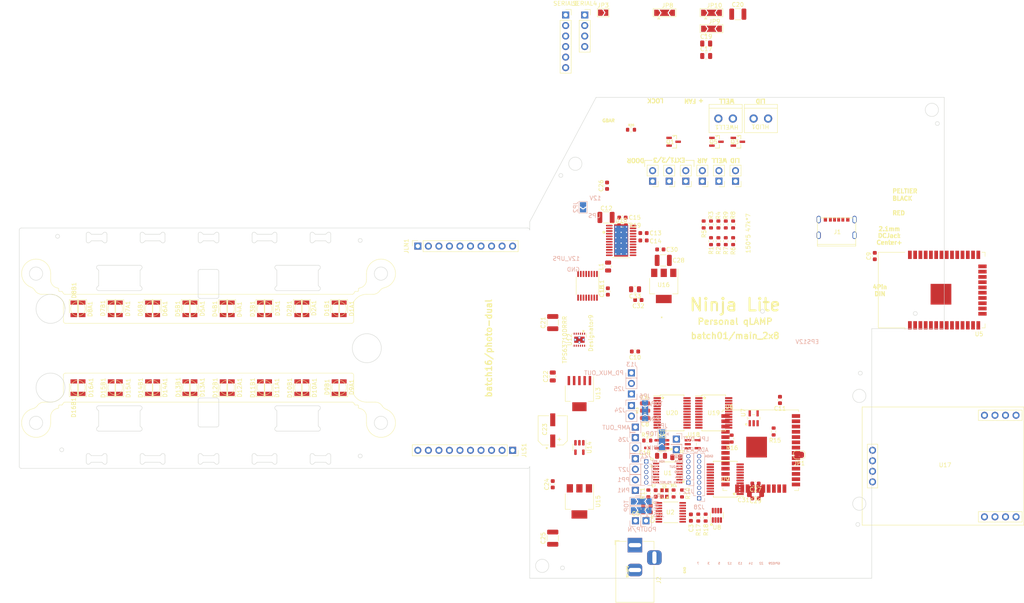
<source format=kicad_pcb>
(kicad_pcb (version 20211014) (generator pcbnew)
  (layers (0 "F.Cu" signal) (31 "B.Cu" signal) (34 "B.Paste" user) (35 "F.Paste" user) (36 "B.SilkS" user "B.Silkscreen") (37 "F.SilkS" user "F.Silkscreen") (38 "B.Mask" user) (39 "F.Mask" user) (44 "Edge.Cuts" user))
  (net 0 "")
  (net 1 "/Photo/ADA_RST")
  (net 2 "/Photo/ADA4")
  (net 3 "GNDA")
  (net 4 "3V3D")
  (net 5 "3V3A")
  (net 6 "PD_MUX_OUT")
  (net 7 "/Photo/PN2")
  (net 8 "/Photo/AMP_OUT")
  (net 9 "-1V")
  (net 10 "12V")
  (net 11 "/EN")
  (net 12 "Net-(HLID1-Pad2)")
  (net 13 "Net-(HWELL1-Pad2)")
  (net 14 "PD_TH2")
  (net 15 "THERM_R_SWITCH")
  (net 16 "MUX_SELECT")
  (net 17 "MUX_S3")
  (net 18 "/WELL_HEATER")
  (net 19 "PD_TH1")
  (net 20 "MUX_S2")
  (net 21 "/LID_HEATER")
  (net 22 "MUX_S1")
  (net 23 "VIN_SENSE")
  (net 24 "I2C_SCL")
  (net 25 "MUX_S0")
  (net 26 "I2C_SDA")
  (net 27 "/Photo/PHOTO_OUT_P")
  (net 28 "/Photo/PHOTO_OUT_N")
  (net 29 "THERM_MUX_OUT")
  (net 30 "Net-(Q1-Pad1)")
  (net 31 "Net-(JP10-Pad1)")
  (net 32 "Net-(Q3-Pad1)")
  (net 33 "Net-(Q5-Pad1)")
  (net 34 "/Photo/PP2")
  (net 35 "Net-(R14-Pad1)")
  (net 36 "THERM_AIR")
  (net 37 "THERM_EXT1")
  (net 38 "THERM_EXT2")
  (net 39 "THERM_EXT3")
  (net 40 "THERM_LID")
  (net 41 "THERM_WELL")
  (net 42 "CLKIN")
  (net 43 "Net-(R5-Pad1)")
  (net 44 "Net-(J1-PadB5)")
  (net 45 "Net-(J1-PadA5)")
  (net 46 "Net-(R2-Pad1)")
  (net 80 "Net-(R17-Pad2)")
  (net 81 "Net-(R18-Pad2)")
  (net 84 "/PhotoMUX/MUX_SELECT_INV")
  (net 85 "PD_REF_PWM")
  (net 95 "GNDD")
  (net 103 "ADC_DRDY")
  (net 108 "/Photo/ADA8")
  (net 109 "/Photo/PN1")
  (net 110 "/Photo/PP1")
  (net 112 "Net-(C6-Pad1)")
  (net 113 "Net-(C18-Pad1)")
  (net 114 "Net-(J24-Pad2)")
  (net 115 "Net-(J26-Pad2)")
  (net 116 "/Photo/LPF_OUT")
  (net 117 "Net-(R15-Pad1)")
  (net 118 "THERM_EXT4")
  (net 119 "THERM_EXT5")
  (net 120 "THERM_EXT6")
  (net 121 "THERM_EXT7")
  (net 122 "THERM_EXT8")
  (net 123 "THERM_EXT9")
  (net 124 "THERM_EXT10")
  (net 125 "THERM_EXT11")
  (net 142 "/Power/PWRGD")
  (net 143 "5V")
  (net 145 "Net-(C13-Pad1)")
  (net 148 "/Power/SELP")
  (net 153 "/Power/SEL")
  (net 156 "N_PD_OUT1")
  (net 157 "N_PD_OUT2")
  (net 158 "N_PD_OUT3")
  (net 159 "N_PD_OUT4")
  (net 160 "N_PD_OUT5")
  (net 161 "N_PD_OUT6")
  (net 162 "N_PD_OUT7")
  (net 163 "N_PD_OUT8")
  (net 164 "N_PD_OUT9")
  (net 165 "N_PD_OUT10")
  (net 166 "N_PD_OUT11")
  (net 167 "N_PD_OUT12")
  (net 168 "N_PD_OUT13")
  (net 169 "N_PD_OUT14")
  (net 170 "N_PD_OUT15")
  (net 171 "N_PD_OUT16")
  (net 172 "S_PD_OUT16")
  (net 173 "S_PD_OUT15")
  (net 174 "S_PD_OUT14")
  (net 175 "S_PD_OUT13")
  (net 176 "S_PD_OUT12")
  (net 177 "S_PD_OUT11")
  (net 178 "S_PD_OUT10")
  (net 179 "S_PD_OUT9")
  (net 180 "S_PD_OUT8")
  (net 181 "S_PD_OUT7")
  (net 182 "S_PD_OUT6")
  (net 183 "S_PD_OUT5")
  (net 184 "S_PD_OUT4")
  (net 185 "S_PD_OUT3")
  (net 186 "S_PD_OUT2")
  (net 187 "S_PD_OUT1")
  (net 188 "LED_SPI_MOSI")
  (net 189 "LED_SPI_SCLK")
  (net 190 "LED_LAT")
  (net 191 "/PhotoLED/S_LED_OUT8")
  (net 192 "/PhotoLED/S_LED_OUT7")
  (net 193 "/PhotoLED/S_LED_OUT6")
  (net 194 "/PhotoLED/S_LED_OUT5")
  (net 195 "/PhotoLED/S_LED_OUT1")
  (net 196 "/PhotoLED/S_LED_OUT2")
  (net 197 "/PhotoLED/S_LED_OUT3")
  (net 198 "/PhotoLED/S_LED_OUT4")
  (net 199 "/PhotoLED/N_LED_OUT5")
  (net 200 "/PhotoLED/N_LED_OUT6")
  (net 201 "/PhotoLED/N_LED_OUT7")
  (net 202 "/PhotoLED/N_LED_OUT8")
  (net 203 "/PhotoLED/N_LED_OUT4")
  (net 204 "/PhotoLED/N_LED_OUT3")
  (net 205 "/PhotoLED/N_LED_OUT2")
  (net 206 "/PhotoLED/N_LED_OUT1")
  (net 207 "/PhotoLED/LED_BLANK")
  (net 208 "LED_SPI_MISO")
  (net 209 "Net-(C16-Pad1)")
  (net 211 "Net-(C14-Pad1)")
  (net 212 "Net-(C19-Pad2)")
  (net 213 "Net-(C19-Pad1)")
  (net 214 "Net-(JP8-Pad3)")
  (net 216 "TACT3")
  (net 217 "TACT2")
  (net 218 "/DTR")
  (net 219 "/TXD")
  (net 220 "/RXD")
  (net 221 "/CTS")
  (net 222 "TACT1")
  (net 223 "VCCL")
  (net 224 "LED_R")
  (net 225 "LED_G")
  (net 226 "LED_B")
  (net 227 "Net-(JP2-Pad1)")
  (net 228 "Net-(JP3-Pad1)")
  (footprint "Ninja-qPCR:TB_SeeedOPL_320110028" (layer "F.Cu") (at 196.899 39.6 180)
    (fp_text reference "HWELL1")
    (fp_text value "Screw_Terminal_01x02")
  )
  (footprint "Jumper:SolderJumper-2_P1.3mm_Bridged_RoundedPad1.0x1.5mm" (layer "F.Cu") (at 212.909 120.72 180)
    (fp_text reference "JP1")
    (fp_text value "SolderJumper_2_Bridged")
  )
  (footprint "Package_SO:TSSOP-16_4.4x5mm_P0.65mm" (layer "F.Cu") (at 161.835 79.95 -90)
    (fp_text reference "U11")
    (fp_text value "IP2721")
  )
  (footprint "Ninja-qPCR:TPS63710DRRR" (layer "F.Cu") (at 159.875 92.95 -90)
    (fp_text reference "U12")
    (fp_text value "TPS63710DRRR")
  )
  (footprint "Package_TO_SOT_SMD:SOT-223-6" (layer "F.Cu") (at 159.875 105.95 -90)
    (fp_text reference "U13")
    (fp_text value "MCP1755T-3302E_DC")
  )
  (footprint "Package_TO_SOT_SMD:SOT-23-5" (layer "F.Cu") (at 159.875 118.95 -90)
    (fp_text reference "U14")
    (fp_text value "MCP1755T-3302E_OT")
  )
  (footprint "Package_TO_SOT_SMD:SOT-223" (layer "F.Cu") (at 159.875 131.95 -90)
    (fp_text reference "U15")
    (fp_text value "CJT1117-3.3")
  )
  (footprint "Package_TO_SOT_SMD:SOT-223" (layer "F.Cu") (at 180.224 79.975 -90)
    (fp_text reference "U16")
    (fp_text value "CJT1117-5.0")
  )
  (footprint "Capacitor_SMD:C_0805_2012Metric" (layer "F.Cu") (at 153.445006 101.81999 90)
    (fp_text reference "C22")
    (fp_text value "4.7uF")
  )
  (footprint "Ninja-qPCR:35TZV100M6.3X8" (layer "F.Cu") (at 153.445006 114.81999 90)
    (fp_text reference "C23")
    (fp_text value "100uF" hide)
  )
  (footprint "Capacitor_SMD:C_0603_1608Metric" (layer "F.Cu") (at 153.445006 127.819989 90)
    (fp_text reference "C24")
    (fp_text value "0.1uF")
  )
  (footprint "Capacitor_SMD:C_1210_3225Metric" (layer "F.Cu") (at 153.445006 140.819989 90)
    (fp_text reference "C25")
    (fp_text value "22uF")
  )
  (footprint "Capacitor_SMD:C_0603_1608Metric" (layer "F.Cu") (at 202.359 127.65 180)
    (fp_text reference "C27")
    (fp_text value "0.1uF")
  )
  (footprint "Capacitor_SMD:C_1210_3225Metric" (layer "F.Cu") (at 202.359005 129.555012 180)
    (fp_text reference "C29")
    (fp_text value "22uF")
  )
  (footprint "Capacitor_SMD:C_0603_1608Metric" (layer "F.Cu") (at 179.399 71.17)
    (fp_text reference "C30")
    (fp_text value "100pF")
  )
  (footprint "Capacitor_SMD:C_0603_1608Metric" (layer "F.Cu") (at 202.359005 131.206012 180)
    (fp_text reference "C31")
    (fp_text value "0.1uF")
  )
  (footprint "Capacitor_SMD:C_0805_2012Metric" (layer "F.Cu") (at 173.299 80.78 180)
    (fp_text reference "C33")
    (fp_text value "4.7uF")
  )
  (footprint "Capacitor_SMD:C_0805_2012Metric" (layer "F.Cu") (at 166.799 75.3 90)
    (fp_text reference "L1")
    (fp_text value "2.2uH")
  )
  (footprint "Capacitor_SMD:C_0603_1608Metric" (layer "F.Cu") (at 175.341 67.22199 180)
    (fp_text reference "C13")
    (fp_text value "1uF(<=20V)")
  )
  (footprint "Capacitor_SMD:C_0603_1608Metric" (layer "F.Cu") (at 175.341 68.99999 180)
    (fp_text reference "C14")
    (fp_text value "1uF")
  )
  (footprint "Capacitor_SMD:C_1210_3225Metric" (layer "F.Cu") (at 153.445006 88.819991 90)
    (fp_text reference "C21")
    (fp_text value "22uF")
  )
  (footprint "Ninja-qPCR:TB_SeeedOPL_320110028" (layer "F.Cu") (at 205.399 39.6 180)
    (fp_text reference "HLID1")
    (fp_text value "Screw_Terminal_01x02")
  )
  (footprint "Package_SO:SSOP-24_5.3x8.2mm_P0.65mm" (layer "F.Cu") (at 182.239005 110.609)
    (fp_text reference "U20")
    (fp_text value "CD74HC4067M96")
  )
  (footprint "RF_Module:ESP32-WROOM-32U" (layer "F.Cu") (at 203.619 119.61)
    (fp_text reference "U6")
    (fp_text value "ESP32-WROOM-32U")
  )
  (footprint "Package_SO:SSOP-24_5.3x8.2mm_P0.65mm" (layer "F.Cu") (at 192.288998 110.609)
    (fp_text reference "U19")
    (fp_text value "CD74HC4067M96")
  )
  (footprint "Capacitor_SMD:C_0603_1608Metric" (layer "F.Cu") (at 175.708995 111.849993 180)
    (fp_text reference "C8")
    (fp_text value "0.1uF")
  )
  (footprint "Capacitor_SMD:C_0603_1608Metric" (layer "F.Cu") (at 208.259 107.48 90)
    (fp_text reference "C11")
    (fp_text value "0.1uF")
  )
  (footprint "Capacitor_SMD:C_0603_1608Metric" (layer "F.Cu") (at 175.708995 108.293993)
    (fp_text reference "C6")
    (fp_text value "DNP(<1pF)")
  )
  (footprint "Capacitor_SMD:C_0603_1608Metric" (layer "F.Cu") (at 175.2648 133.7992 -90)
    (fp_text reference "C5")
    (fp_text value "0.1uF")
  )
  (footprint "Capacitor_SMD:C_0603_1608Metric" (layer "F.Cu") (at 177.0428 133.7992 90)
    (fp_text reference "C4")
    (fp_text value "0.1uF")
  )
  (footprint "Capacitor_SMD:C_0603_1608Metric" (layer "F.Cu") (at 186.771 135.860004 90)
    (fp_text reference "C3")
    (fp_text value "0.1uF")
  )
  (footprint "Capacitor_SMD:C_0805_2012Metric" (layer "F.Cu") (at 179.569 120.95 180)
    (fp_text reference "C1")
    (fp_text value "4.7uF")
  )
  (footprint "Package_TO_SOT_SMD:SOT-23-8" (layer "F.Cu") (at 193.039 135.31 90)
    (fp_text reference "U8")
    (fp_text value "TS12A12511DCNR")
  )
  (footprint "Package_TO_SOT_SMD:SOT-23-5" (layer "F.Cu") (at 179.766493 118.159988 180)
    (fp_text reference "U4")
    (fp_text value "LMP7717MF_NOPB")
  )
  (footprint "Capacitor_SMD:C_0805_2012Metric" (layer "F.Cu") (at 183.249 121.29)
    (fp_text reference "C2")
    (fp_text value "4.7uF")
  )
  (footprint "Ninja-qPCR:ASDK-32.768KHZ-LRT" (layer "F.Cu") (at 180.371 130.04 90)
    (fp_text reference "U3")
    (fp_text value "COM1305-0.032768-EXT-T-TR")
  )
  (footprint "Capacitor_SMD:C_0603_1608Metric" (layer "F.Cu") (at 178.279 130.04 90)
    (fp_text reference "C7")
    (fp_text value "0.1uF")
  )
  (footprint "Resistor_SMD:R_0603_1608Metric" (layer "F.Cu") (at 182.597 130.04 -90)
    (fp_text reference "R14")
    (fp_text value "10k")
  )
  (footprint "Resistor_SMD:R_0603_1608Metric" (layer "F.Cu") (at 184.629 130.04 -90)
    (fp_text reference "R10")
    (fp_text value "10k")
  )
  (footprint "Ninja-qPCR:ADA2200ARUZ" (layer "F.Cu") (at 181.189 125.1 180)
    (fp_text reference "U1")
    (fp_text value "ADA2200ARUZ" hide)
  )
  (footprint "Ninja-qPCR:ADS122C04IPWR" (layer "F.Cu") (at 181.919 134.59)
    (fp_text reference "U2")
    (fp_text value "ADS1219IPWR")
  )
  (footprint "Ninja-qPCR:SN74LVC1GU04DBVR" (layer "F.Cu") (at 187.208998 118.159988)
    (fp_text reference "U18")
    (fp_text value "SN74LVC1GU04DCKR" hide)
  )
  (footprint "Resistor_SMD:R_0603_1608Metric" (layer "F.Cu") (at 176.501 130.04 -90)
    (fp_text reference "R11")
    (fp_text value "10k")
  )
  (footprint "Resistor_SMD:R_0603_1608Metric" (layer "F.Cu") (at 175.708995 110.071993 180)
    (fp_text reference "R13")
    (fp_text value "10M")
  )
  (footprint "Resistor_SMD:R_0603_1608Metric" (layer "F.Cu") (at 188.549 135.860004 90)
    (fp_text reference "R17")
    (fp_text value "10k_HP")
  )
  (footprint "Resistor_SMD:R_0603_1608Metric" (layer "F.Cu") (at 190.327 135.860004 90)
    (fp_text reference "R18")
    (fp_text value "47k_HP")
  )
  (footprint "Package_SO:SSOP-24_5.3x8.2mm_P0.65mm" (layer "F.Cu") (at 195.049012 126.589994 180)
    (fp_text reference "U9")
    (fp_text value "CD74HC4067M96")
  )
  (footprint "Ninja-qPCR:SN74LVC1GU04DBVR" (layer "F.Cu") (at 201.915892 111.901109 90)
    (fp_text reference "U7")
    (fp_text value "SN74LVC1GU04DCKR" hide)
  )
  (footprint "Capacitor_SMD:C_0603_1608Metric" (layer "F.Cu") (at 166.549 55.8 90)
    (fp_text reference "C26")
    (fp_text value "0.01uF")
  )
  (footprint "Ninja-qPCR:SOT95P240X112-3N" (layer "F.Cu") (at 192.934 45.2)
    (fp_text reference "Q5")
    (fp_text value "Q_NMOS_GSD")
  )
  (footprint "Ninja-qPCR:SOT95P240X112-3N" (layer "F.Cu") (at 198.099 45.2)
    (fp_text reference "Q3")
    (fp_text value "Q_NMOS_GSD")
  )
  (footprint "Ninja-qPCR:SOT95P240X112-3N" (layer "F.Cu") (at 182.604 45.2)
    (fp_text reference "Q1")
    (fp_text value "Q_NMOS_GSD")
  )
  (footprint "Package_SO:HTSSOP-24-1EP_4.4x7.8mm_P0.65mm_EP3.4x7.8mm_Mask2.4x4.68mm_ThermalVias" (layer "F.Cu") (at 169.949012 68.99999)
    (fp_text reference "U10")
    (fp_text value "TLC5929")
  )
  (footprint "Capacitor_SMD:C_0603_1608Metric" (layer "F.Cu") (at 170.261 63.492 180)
    (fp_text reference "C15")
    (fp_text value "1uF")
  )
  (footprint "Resistor_SMD:R_0603_1608Metric" (layer "F.Cu") (at 170.261 65.27)
    (fp_text reference "R19")
    (fp_text value "100k")
  )
  (footprint "Capacitor_SMD:C_0603_1608Metric" (layer "F.Cu") (at 231.129 72.77 90)
    (fp_text reference "C9")
    (fp_text value "0.1uF")
  )
  (footprint "Connector_PinHeader_2.54mm:PinHeader_1x02_P2.54mm_Vertical" (layer "F.Cu") (at 193.538055 54.710944 180)
    (fp_text reference "TWELL1" hide)
    (fp_text value "Conn_01x02_Male")
  )
  (footprint "Connector_PinHeader_2.54mm:PinHeader_1x02_P2.54mm_Vertical" (layer "F.Cu") (at 197.538055 54.710944 180)
    (fp_text reference "TLID1" hide)
    (fp_text value "Conn_01x02_Male")
  )
  (footprint "Connector_PinHeader_2.54mm:PinHeader_1x02_P2.54mm_Vertical" (layer "F.Cu") (at 177.538055 54.710944 180)
    (fp_text reference "TEXT3" hide)
    (fp_text value "Conn_01x02_Male")
  )
  (footprint "Connector_PinHeader_2.54mm:PinHeader_1x02_P2.54mm_Vertical" (layer "F.Cu") (at 181.538055 54.710944 180)
    (fp_text reference "TEXT2" hide)
    (fp_text value "Conn_01x02_Male")
  )
  (footprint "Connector_PinHeader_2.54mm:PinHeader_1x02_P2.54mm_Vertical" (layer "F.Cu") (at 185.538055 54.710944 180)
    (fp_text reference "TEXT1" hide)
    (fp_text value "Conn_01x02_Male")
  )
  (footprint "Connector_PinHeader_2.54mm:PinHeader_1x02_P2.54mm_Vertical" (layer "F.Cu") (at 189.538055 54.710944 180)
    (fp_text reference "TAIR1" hide)
    (fp_text value "Conn_01x02_Male")
  )
  (footprint "Resistor_SMD:R_0603_1608Metric" (layer "F.Cu") (at 195.181 65.15 90)
    (fp_text reference "R9")
    (fp_text value "47k")
  )
  (footprint "Resistor_SMD:R_0603_1608Metric" (layer "F.Cu") (at 196.959 65.15 90)
    (fp_text reference "R8")
    (fp_text value "47k")
  )
  (footprint "Resistor_SMD:R_0603_1608Metric" (layer "F.Cu") (at 189.847 65.15 90)
    (fp_text reference "R5")
    (fp_text value "39k")
  )
  (footprint "Resistor_SMD:R_0603_1608Metric" (layer "F.Cu") (at 191.625 65.15 90)
    (fp_text reference "R3")
    (fp_text value "5.1k")
  )
  (footprint "Resistor_SMD:R_0603_1608Metric" (layer "F.Cu") (at 193.403 65.15 90)
    (fp_text reference "R4")
    (fp_text value "5.1k")
  )
  (footprint "Resistor_SMD:R_0603_1608Metric" (layer "F.Cu") (at 195.181 69.18 -90)
    (fp_text reference "R7")
    (fp_text value "150")
  )
  (footprint "Resistor_SMD:R_0603_1608Metric" (layer "F.Cu") (at 196.959 69.18 -90)
    (fp_text reference "R6")
    (fp_text value "150")
  )
  (footprint "Resistor_SMD:R_0603_1608Metric" (layer "F.Cu") (at 193.403 69.18 -90)
    (fp_text reference "R2")
    (fp_text value "0")
  )
  (footprint "Resistor_SMD:R_0603_1608Metric" (layer "F.Cu") (at 191.625 69.18 -90)
    (fp_text reference "R1")
    (fp_text value "10k")
  )
  (footprint "Resistor_SMD:R_0603_1608Metric" (layer "F.Cu") (at 196.609 116.81 -90)
    (fp_text reference "R16")
    (fp_text value "100k")
  )
  (footprint "Capacitor_SMD:C_0603_1608Metric" (layer "F.Cu") (at 173.289 95.79 180)
    (fp_text reference "C10")
    (fp_text value "0.1uF")
  )
  (footprint "Capacitor_SMD:C_1210_3225Metric" (layer "F.Cu") (at 180.099 73.81)
    (fp_text reference "C28")
    (fp_text value "22uF")
  )
  (footprint "Capacitor_SMD:C_0603_1608Metric" (layer "F.Cu") (at 174.099 83.38 180)
    (fp_text reference "C32")
    (fp_text value "0.1uF")
  )
  (footprint "Connector_BarrelJack:BarrelJack_Horizontal" (layer "F.Cu") (at 173.269 142.5 90)
    (fp_text reference "J2")
    (fp_text value "Barrel_Jack_Switch")
  )
  (footprint "Diodes_SMD:D_1206" (layer "F.Cu") (at 64.921211 85.502066 -90)
    (fp_text reference "D5B1")
    (fp_text value "D_Photo")
  )
  (footprint "Diodes_SMD:D_1206" (layer "F.Cu") (at 91.921211 104.501633 90)
    (fp_text reference "D10B1")
    (fp_text value "D_Photo")
  )
  (footprint "Diodes_SMD:D_1206" (layer "F.Cu") (at 46.921211 85.502066 -90)
    (fp_text reference "D7B1")
    (fp_text value "D_Photo")
  )
  (footprint "Diodes_SMD:D_1206" (layer "F.Cu") (at 91.921211 85.502066 -90)
    (fp_text reference "D2B1")
    (fp_text value "D_Photo")
  )
  (footprint "Connector_PinSocket_2.54mm:PinSocket_1x04_P2.54mm_Vertical" (layer "F.Cu") (at 161.16 14.62)
    (fp_text reference "SERIAL4")
    (fp_text value "Conn_01x04_Male")
  )
  (footprint "Diodes_SMD:D_1206" (layer "F.Cu") (at 84.921211 104.501633 90)
    (fp_text reference "D11A1")
    (fp_text value "D_Photo")
  )
  (footprint "Diodes_SMD:D_1206" (layer "F.Cu") (at 93.921211 85.502066 -90)
    (fp_text reference "D2A1")
    (fp_text value "D_Photo")
  )
  (footprint "Ninja-qPCR:LITE_LCD" (layer "F.Cu") (at 228.086784 109.176424)
    (fp_text reference "U17")
    (fp_text value "LITE_LCD")
  )
  (footprint "Diodes_SMD:D_1206" (layer "F.Cu") (at 100.921211 85.502066 -90)
    (fp_text reference "D1B1")
    (fp_text value "D_Photo")
  )
  (footprint "Diodes_SMD:D_1206" (layer "F.Cu") (at 57.921211 104.501633 90)
    (fp_text reference "D14A1")
    (fp_text value "D_Photo")
  )
  (footprint "Diodes_SMD:D_1206" (layer "F.Cu") (at 57.921211 85.502066 -90)
    (fp_text reference "D6A1")
    (fp_text value "D_Photo")
  )
  (footprint "Diodes_SMD:D_1206" (layer "F.Cu") (at 82.921211 104.501633 90)
    (fp_text reference "D11B1")
    (fp_text value "D_Photo")
  )
  (footprint "Diodes_SMD:D_1206" (layer "F.Cu") (at 73.921211 104.501633 90)
    (fp_text reference "D12B1")
    (fp_text value "D_Photo")
  )
  (footprint "Capacitor_SMD:C_1210_3225Metric" (layer "F.Cu") (at 198.09 14.42)
    (fp_text reference "C20")
    (fp_text value "22uF")
  )
  (footprint "Ninja-qPCR:ALI_USB" (layer "F.Cu") (at 217.6 63.96)
    (fp_text reference "J1")
    (fp_text value "ALI_USB")
  )
  (footprint "Capacitor_SMD:C_0603_1608Metric" (layer "F.Cu") (at 166.739 81.31 90)
    (fp_text reference "C16")
    (fp_text value "1uF")
  )
  (footprint "Connector_PinSocket_2.54mm:PinSocket_1x10_P2.54mm_Vertical" (layer "F.Cu") (at 143.765 119.628 -90)
    (fp_text reference "JLS1")
    (fp_text value "Conn_01x10_Male")
  )
  (footprint "Diodes_SMD:D_1206" (layer "F.Cu") (at 39.921211 104.501633 90)
    (fp_text reference "D16A1")
    (fp_text value "D_Photo")
  )
  (footprint "Diodes_SMD:D_1206" (layer "F.Cu") (at 75.921211 104.501633 90)
    (fp_text reference "D12A1")
    (fp_text value "D_Photo")
  )
  (footprint "Resistor_SMD:R_0603_1608Metric" (layer "F.Cu") (at 206.729 115.09 90)
    (fp_text reference "R15")
    (fp_text value "150k")
  )
  (footprint "Diodes_SMD:D_1206" (layer "F.Cu") (at 66.921211 104.501633 90)
    (fp_text reference "D13A1")
    (fp_text value "D_Photo")
  )
  (footprint "Diodes_SMD:D_1206" (layer "F.Cu") (at 75.921211 85.502066 -90)
    (fp_text reference "D4A1")
    (fp_text value "D_Photo")
  )
  (footprint "Diodes_SMD:D_1206" (layer "F.Cu") (at 66.921211 85.502066 -90)
    (fp_text reference "D5A1")
    (fp_text value "D_Photo")
  )
  (footprint "Diodes_SMD:D_1206" (layer "F.Cu") (at 37.921211 85.502066 -90)
    (fp_text reference "D8B1")
    (fp_text value "D_Photo")
  )
  (footprint "Diodes_SMD:D_1206" (layer "F.Cu") (at 55.921211 104.501633 90)
    (fp_text reference "D14B1")
    (fp_text value "D_Photo")
  )
  (footprint "Capacitor_SMD:C_0805_2012Metric" (layer "F.Cu") (at 190.46 24.51)
    (fp_text reference "C17")
    (fp_text value "10uF(<=20V)")
  )
  (footprint "RF_Module:ESP32-WROOM-32" (layer "F.Cu") (at 247.849008 80.975988 90)
    (fp_text reference "U5")
    (fp_text value "ESP32-WROOM-32")
  )
  (footprint "Diodes_SMD:D_1206" (layer "F.Cu") (at 37.921211 104.501633 90)
    (fp_text reference "D16B1")
    (fp_text value "D_Photo")
  )
  (footprint "Resistor_SMD:R_0603_1608Metric" (layer "F.Cu") (at 172.329 42.3)
    (fp_text reference "R20")
    (fp_text value "10k")
  )
  (footprint "Diodes_SMD:D_1206" (layer "F.Cu") (at 48.921211 104.501633 90)
    (fp_text reference "D15A1")
    (fp_text value "D_Photo")
  )
  (footprint "Diodes_SMD:D_1206" (layer "F.Cu") (at 84.921211 85.502066 -90)
    (fp_text reference "D3A1")
    (fp_text value "D_Photo")
  )
  (footprint "Capacitor_SMD:C_0402_1005Metric" (layer "F.Cu") (at 176.248999 119.050004)
    (fp_text reference "C18")
    (fp_text value "330pF")
  )
  (footprint "Diodes_SMD:D_1206" (layer "F.Cu") (at 46.921211 104.501633 90)
    (fp_text reference "D15B1")
    (fp_text value "D_Photo")
  )
  (footprint "Connector_PinSocket_2.54mm:PinSocket_1x10_P2.54mm_Vertical" (layer "F.Cu") (at 120.905 70.372 90)
    (fp_text reference "JLN1")
    (fp_text value "Conn_01x10_Male")
  )
  (footprint "Jumper:SolderJumper-3_P2.0mm_Open_TrianglePad1.0x1.5mm" (layer "F.Cu") (at 191.74 17.94)
    (fp_text reference "JP9")
    (fp_text value "Jumper_3_Open")
  )
  (footprint "Jumper:SolderJumper-2_P1.3mm_Open_TrianglePad1.0x1.5mm" (layer "F.Cu") (at 165.61 14.07)
    (fp_text reference "JP3")
    (fp_text value "Jumper_2_Bridged")
  )
  (footprint "Diodes_SMD:D_1206" (layer "F.Cu") (at 82.921211 85.502066 -90)
    (fp_text reference "D3B1")
    (fp_text value "D_Photo")
  )
  (footprint "Diodes_SMD:D_1206" (layer "F.Cu") (at 102.921211 104.501633 90)
    (fp_text reference "D9A1")
    (fp_text value "D_Photo")
  )
  (footprint "Resistor_SMD:R_0603_1608Metric" (layer "F.Cu") (at 176.249 117.272 180)
    (fp_text reference "R12")
    (fp_text value "10k")
  )
  (footprint "Diodes_SMD:D_1206" (layer "F.Cu") (at 73.921211 85.502066 -90)
    (fp_text reference "D4B1")
    (fp_text value "D_Photo")
  )
  (footprint "Connector_PinSocket_2.54mm:PinSocket_1x06_P2.54mm_Vertical" (layer "F.Cu") (at 156.56 14.62)
    (fp_text reference "SERIAL6")
    (fp_text value "Conn_01x06_Male")
  )
  (footprint "Capacitor_SMD:C_0805_2012Metric" (layer "F.Cu") (at 190.46 21.5)
    (fp_text reference "C19")
    (fp_text value "10uF")
  )
  (footprint "Diodes_SMD:D_1206" (layer "F.Cu") (at 48.921211 85.502066 -90)
    (fp_text reference "D7A1")
    (fp_text value "D_Photo")
  )
  (footprint "Jumper:SolderJumper-3_P2.0mm_Open_TrianglePad1.0x1.5mm" (layer "F.Cu") (at 180.42 14.09)
    (fp_text reference "JP8")
    (fp_text value "Jumper_3_Open")
  )
  (footprint "Diodes_SMD:D_1206" (layer "F.Cu") (at 102.921211 85.502066 -90)
    (fp_text reference "D1A1")
    (fp_text value "D_Photo")
  )
  (footprint "Jumper:SolderJumper-3_P2.0mm_Open_TrianglePad1.0x1.5mm" (layer "F.Cu") (at 191.74 14.09)
    (fp_text reference "JP10")
    (fp_text value "Jumper_3_Open")
  )
  (footprint "Diodes_SMD:D_1206" (layer "F.Cu") (at 39.921211 85.502066 -90)
    (fp_text reference "D8A1")
    (fp_text value "D_Photo")
  )
  (footprint "Diodes_SMD:D_1206" (layer "F.Cu") (at 64.921211 104.501633 90)
    (fp_text reference "D13B1")
    (fp_text value "D_Photo")
  )
  (footprint "Diodes_SMD:D_1206" (layer "F.Cu") (at 55.921211 85.502066 -90)
    (fp_text reference "D6B1")
    (fp_text value "D_Photo")
  )
  (footprint "Diodes_SMD:D_1206" (layer "F.Cu") (at 100.921211 104.501633 90)
    (fp_text reference "D9B1")
    (fp_text value "D_Photo")
  )
  (footprint "Capacitor_SMD:C_1210_3225Metric" (layer "F.Cu") (at 166.299 63.45 180)
    (fp_text reference "C12")
    (fp_text value "22uF")
  )
  (footprint "Diodes_SMD:D_1206" (layer "F.Cu") (at 93.921211 104.501633 90)
    (fp_text reference "D10A1")
    (fp_text value "D_Photo")
  )
  (footprint "Jumper:SolderJumper-2_P1.3mm_Open_TrianglePad1.0x1.5mm" (layer "B.Cu") (at 160.759 61 -90)
    (fp_text reference "JP2")
    (fp_text value "Jumper_2_Bridged")
  )
  (footprint "Connector_PinSocket_2.54mm:PinSocket_1x01_P2.54mm_Vertical" (layer "B.Cu") (at 172.429 100.96 -90)
    (fp_text reference "J13")
    (fp_text value "Conn_01x01_Male")
  )
  (footprint "Connector_PinSocket_1.27mm:PinSocket_1x06_P1.27mm_Vertical" (layer "B.Cu") (at 186.1614 127.3984)
    (fp_text reference "J12")
    (fp_text value "Conn_01x06_Male")
  )
  (footprint "Connector_PinSocket_2.54mm:PinSocket_1x01_P2.54mm_Vertical" (layer "B.Cu") (at 173.368995 114.038 -90)
    (fp_text reference "J16" hide)
    (fp_text value "Conn_01x01_Male")
  )
  (footprint "Connector_PinSocket_2.54mm:PinSocket_1x01_P2.54mm_Vertical" (layer "B.Cu") (at 175.938992 136.619997 -90)
    (fp_text reference "J15" hide)
    (fp_text value "Conn_01x01_Male")
  )
  (footprint "Connector_PinSocket_2.54mm:PinSocket_1x01_P2.54mm_Vertical" (layer "B.Cu") (at 173.398992 136.619997 -90)
    (fp_text reference "J14" hide)
    (fp_text value "Conn_01x01_Male")
  )
  (footprint "Jumper:SolderJumper-3_P2.0mm_Open_TrianglePad1.0x1.5mm" (layer "B.Cu") (at 179.7965 117.1 -90)
    (fp_text reference "JP7")
    (fp_text value "Jumper_3_Open")
  )
  (footprint "Connector_PinHeader_2.54mm:PinHeader_1x01_P2.54mm_Vertical" (layer "B.Cu") (at 183.269 119.463999 180)
    (fp_text reference "J20" hide)
    (fp_text value "Conn_01x01_Male")
  )
  (footprint "Connector_PinHeader_2.54mm:PinHeader_1x01_P2.54mm_Vertical" (layer "B.Cu") (at 183.269 116.923999 180)
    (fp_text reference "J23" hide)
    (fp_text value "Conn_01x01_Male")
  )
  (footprint "Jumper:SolderJumper-3_P2.0mm_Open_TrianglePad1.0x1.5mm" (layer "B.Cu") (at 175.708995 110.071993 -90)
    (fp_text reference "JP6")
    (fp_text value "Jumper_3_Open")
  )
  (footprint "Jumper:SolderJumper-3_P2.0mm_Open_TrianglePad1.0x1.5mm" (layer "B.Cu") (at 174.8076 131.9704 180)
    (fp_text reference "JP4")
    (fp_text value "Jumper_3_Open")
  )
  (footprint "Connector_PinSocket_2.54mm:PinSocket_1x02_P2.54mm_Vertical" (layer "B.Cu") (at 173.368995 116.578 180)
    (fp_text reference "J26")
    (fp_text value "Conn_01x02_Male")
  )
  (footprint "Connector_PinSocket_1.27mm:PinSocket_1x09_P1.27mm_Vertical" (layer "B.Cu") (at 188.7522 131.2084)
    (fp_text reference "J28")
    (fp_text value "Conn_01x09_Male")
  )
  (footprint "Connector_PinSocket_1.27mm:PinSocket_1x05_P1.27mm_Vertical" (layer "B.Cu") (at 176.0014 122.3184 180)
    (fp_text reference "J21")
    (fp_text value "Conn_01x05_Male")
  )
  (footprint "Jumper:SolderJumper-3_P2.0mm_Open_TrianglePad1.0x1.5mm" (layer "B.Cu") (at 174.8076 134.104 180)
    (fp_text reference "JP5")
    (fp_text value "Jumper_3_Open")
  )
  (footprint "Connector_PinSocket_2.54mm:PinSocket_1x02_P2.54mm_Vertical" (layer "B.Cu") (at 173.368995 129.278)
    (fp_text reference "J22" hide)
    (fp_text value "Conn_01x02_Male")
  )
  (footprint "Connector_PinSocket_2.54mm:PinSocket_1x02_P2.54mm_Vertical" (layer "B.Cu") (at 172.428992 106.039997)
    (fp_text reference "J25")
    (fp_text value "Conn_01x02_Male")
  )
  (footprint "Connector_PinSocket_2.54mm:PinSocket_1x02_P2.54mm_Vertical" (layer "B.Cu") (at 172.429 108.834 180)
    (fp_text reference "J24")
    (fp_text value "Conn_01x02_Male")
  )
  (footprint "Connector_PinSocket_2.54mm:PinSocket_1x02_P2.54mm_Vertical" (layer "B.Cu") (at 173.368995 121.658 180)
    (fp_text reference "J27")
    (fp_text value "Conn_01x02_Male")
  )
  (gr_arc (start 34.144095 80.529632) (mid 34.239747 80.602831) (end 34.276016 80.717688) (layer "F.SilkS") (width 0.1))
  (gr_arc (start 35.792528 82.002061) (mid 35.510406 81.914864) (end 35.326683 81.683688) (layer "F.SilkS") (width 0.1))
  (gr_arc (start 27.557791 80.266166) (mid 26.852495 74.115515) (end 32.327915 77.004758) (layer "F.SilkS") (width 0.1))
  (gr_arc (start 29.143757 108.828755) (mid 28.639438 109.315728) (end 27.998047 109.598743) (layer "F.SilkS") (width 0.1))
  (gr_circle (center 92.921216 85.502061) (end 94.671216 85.502061) (layer "F.SilkS") (width 0.1) (fill none))
  (gr_circle (center 38.921216 85.502061) (end 40.671216 85.502061) (layer "F.SilkS") (width 0.1) (fill none))
  (gr_circle (center 83.921202 104.501637) (end 82.171202 104.501637) (layer "F.SilkS") (width 0.1) (fill none))
  (gr_arc (start 33.895608 80.457477) (mid 32.768329 79.756834) (end 32.327915 78.504758) (layer "F.SilkS") (width 0.1))
  (gr_circle (center 56.921216 85.502061) (end 58.671216 85.502061) (layer "F.SilkS") (width 0.1) (fill none))
  (gr_arc (start 108.514517 78.504758) (mid 108.074103 79.756833) (end 106.946824 80.457477) (layer "F.SilkS") (width 0.1))
  (gr_arc (start 34.261682 108.898256) (mid 34.32026 108.756834) (end 34.461682 108.698256) (layer "F.SilkS") (width 0.1))
  (gr_arc (start 105.515749 81.683688) (mid 105.332027 81.914864) (end 105.049904 82.002061) (layer "F.SilkS") (width 0.1))
  (gr_line (start 110.07875 82.001961) (end 108.514789 82.001961) (layer "F.SilkS") (width 0.1))
  (gr_arc (start 35.192279 108.598784) (mid 35.119116 108.671613) (end 35.01938 108.698256) (layer "F.SilkS") (width 0.1))
  (gr_arc (start 33.895608 80.457477) (mid 34.02102 80.489531) (end 34.144095 80.529632) (layer "F.SilkS") (width 0.1))
  (gr_arc (start 29.143757 108.828755) (mid 29.854263 108.22045) (end 30.763668 108.001737) (layer "F.SilkS") (width 0.1))
  (gr_arc (start 106.94681 109.546221) (mid 108.074089 110.246864) (end 108.514503 111.49894) (layer "F.SilkS") (width 0.1))
  (gr_line (start 108.514517 78.504758) (end 108.514517 77.004758) (layer "F.SilkS") (width 0.1))
  (gr_line (start 32.327901 111.49894) (end 32.327901 112.99894) (layer "F.SilkS") (width 0.1))
  (gr_line (start 105.421202 101.501637) (end 105.421202 106.138748) (layer "F.SilkS") (width 0.1))
  (gr_arc (start 35.326669 108.32001) (mid 35.264874 108.462) (end 35.192279 108.598784) (layer "F.SilkS") (width 0.1))
  (gr_line (start 30.763668 108.001737) (end 32.327629 108.001737) (layer "F.SilkS") (width 0.1))
  (gr_circle (center 47.921216 85.502061) (end 49.671216 85.502061) (layer "F.SilkS") (width 0.1) (fill none))
  (gr_arc (start 111.698661 81.174943) (mid 112.20298 80.68797) (end 112.844371 80.404955) (layer "F.SilkS") (width 0.1))
  (gr_line (start 104.921216 89.002061) (end 35.921216 89.002061) (layer "F.SilkS") (width 0.1))
  (gr_circle (center 65.921202 104.501637) (end 64.171202 104.501637) (layer "F.SilkS") (width 0.1) (fill none))
  (gr_line (start 32.327643 82.001961) (end 30.219067 82.001961) (layer "F.SilkS") (width 0.1))
  (gr_arc (start 105.515749 81.683688) (mid 105.577544 81.541698) (end 105.650139 81.404914) (layer "F.SilkS") (width 0.1))
  (gr_line (start 35.421202 106.138748) (end 35.421202 101.501637) (layer "F.SilkS") (width 0.1))
  (gr_line (start 185.529 49.69) (end 187.529 49.69) (layer "F.SilkS") (width 0.15))
  (gr_arc (start 106.94681 109.546221) (mid 106.821398 109.514167) (end 106.698323 109.474066) (layer "F.SilkS") (width 0.1))
  (gr_line (start 187.529012 49.689996) (end 187.529012 51.189993) (layer "F.SilkS") (width 0.15))
  (gr_arc (start 34.12817 109.479751) (mid 34.012888 109.516505) (end 33.895594 109.546221) (layer "F.SilkS") (width 0.1))
  (gr_circle (center 92.921202 104.501637) (end 91.171202 104.501637) (layer "F.SilkS") (width 0.1) (fill none))
  (gr_arc (start 27.557791 80.266166) (mid 28.10604 80.588129) (end 28.525537 81.065895) (layer "F.SilkS") (width 0.1))
  (gr_arc (start 113.284627 109.737532) (mid 112.736378 109.415569) (end 112.316881 108.937803) (layer "F.SilkS") (width 0.1))
  (gr_circle (center 74.921216 85.502061) (end 76.671216 85.502061) (layer "F.SilkS") (width 0.1) (fill none))
  (gr_arc (start 32.327901 112.99894) (mid 26.666246 115.751621) (end 27.998047 109.598743) (layer "F.SilkS") (width 0.1))
  (gr_line (start 105.421216 83.86495) (end 105.421216 88.502061) (layer "F.SilkS") (width 0.1))
  (gr_line (start 32.327915 77.004758) (end 32.327915 78.504758) (layer "F.SilkS") (width 0.1))
  (gr_line (start 34.276016 80.717688) (end 34.276016 81.105442) (layer "F.SilkS") (width 0.1))
  (gr_line (start 34.476016 81.305442) (end 35.019394 81.305442) (layer "F.SilkS") (width 0.1))
  (gr_line (start 35.792528 82.002061) (end 105.049904 82.002061) (layer "F.SilkS") (width 0.1))
  (gr_circle (center 74.921202 104.501637) (end 73.171202 104.501637) (layer "F.SilkS") (width 0.1) (fill none))
  (gr_arc (start 35.921216 89.002061) (mid 35.567663 88.855614) (end 35.421216 88.502061) (layer "F.SilkS") (width 0.1))
  (gr_arc (start 32.327901 111.49894) (mid 32.768315 110.246865) (end 33.895594 109.546221) (layer "F.SilkS") (width 0.1))
  (gr_arc (start 104.921202 101.001637) (mid 105.274755 101.148084) (end 105.421202 101.501637) (layer "F.SilkS") (width 0.1))
  (gr_arc (start 30.219067 82.001961) (mid 29.251562 81.752371) (end 28.525537 81.065895) (layer "F.SilkS") (width 0.1))
  (gr_arc (start 113.284627 109.737532) (mid 113.989923 115.888183) (end 108.514503 112.99894) (layer "F.SilkS") (width 0.1))
  (gr_circle (center 65.921216 85.502061) (end 67.671216 85.502061) (layer "F.SilkS") (width 0.1) (fill none))
  (gr_line (start 106.580736 81.105442) (end 106.580736 80.712572) (layer "F.SilkS") (width 0.1))
  (gr_circle (center 47.921202 104.501637) (end 46.171202 104.501637) (layer "F.SilkS") (width 0.1) (fill none))
  (gr_line (start 108.514775 108.001737) (end 110.623351 108.001737) (layer "F.SilkS") (width 0.1))
  (gr_arc (start 108.514775 108.001737) (mid 106.709164 107.500031) (end 105.421202 106.138748) (layer "F.SilkS") (width 0.1))
  (gr_circle (center 56.921202 104.501637) (end 55.171202 104.501637) (layer "F.SilkS") (width 0.1) (fill none))
  (gr_arc (start 105.823024 108.698256) (mid 105.723289 108.671613) (end 105.650125 108.598784) (layer "F.SilkS") (width 0.1))
  (gr_arc (start 35.192293 81.404914) (mid 35.264888 81.541698) (end 35.326683 81.683688) (layer "F.SilkS") (width 0.1))
  (gr_circle (center 101.921202 104.501637) (end 100.171202 104.501637) (layer "F.SilkS") (width 0.1) (fill none))
  (gr_line (start 177.429007 49.689996) (end 175.629011 49.689996) (layer "F.SilkS") (width 0.15))
  (gr_line (start 34.261682 108.898256) (end 34.261682 109.291126) (layer "F.SilkS") (width 0.1))
  (gr_circle (center 101.921216 85.502061) (end 103.671216 85.502061) (layer "F.SilkS") (width 0.1) (fill none))
  (gr_line (start 35.421216 88.502061) (end 35.421216 83.86495) (layer "F.SilkS") (width 0.1))
  (gr_arc (start 105.421216 88.502061) (mid 105.274769 88.855614) (end 104.921216 89.002061) (layer "F.SilkS") (width 0.1))
  (gr_arc (start 105.04989 108.001637) (mid 105.332012 108.088834) (end 105.515735 108.32001) (layer "F.SilkS") (width 0.1))
  (gr_arc (start 32.327643 82.001961) (mid 34.133254 82.503667) (end 35.421216 83.86495) (layer "F.SilkS") (width 0.1))
  (gr_arc (start 105.650139 81.404914) (mid 105.723302 81.332085) (end 105.823038 81.305442) (layer "F.SilkS") (width 0.1))
  (gr_arc (start 106.366402 108.698256) (mid 106.507823 108.756835) (end 106.566402 108.898256) (layer "F.SilkS") (width 0.1))
  (gr_arc (start 108.514517 77.004758) (mid 114.176172 74.252077) (end 112.844371 80.404955) (layer "F.SilkS") (width 0.1))
  (gr_line (start 175.629011 49.689996) (end 175.629011 51.189993) (layer "F.SilkS") (width 0.15))
  (gr_arc (start 106.580736 80.712572) (mid 106.617492 80.597025) (end 106.714248 80.523947) (layer "F.SilkS") (width 0.1))
  (gr_arc (start 34.261682 109.291126) (mid 34.224926 109.406673) (end 34.12817 109.479751) (layer "F.SilkS") (width 0.1))
  (gr_arc (start 110.623351 108.001737) (mid 111.590856 108.251327) (end 112.316881 108.937803) (layer "F.SilkS") (width 0.1))
  (gr_arc (start 35.326669 108.32001) (mid 35.510391 108.088834) (end 35.792514 108.001637) (layer "F.SilkS") (width 0.1))
  (gr_arc (start 35.019394 81.305442) (mid 35.119129 81.332085) (end 35.192293 81.404914) (layer "F.SilkS") (width 0.1))
  (gr_arc (start 111.698661 81.174943) (mid 110.988155 81.783248) (end 110.07875 82.001961) (layer "F.SilkS") (width 0.1))
  (gr_arc (start 106.714248 80.523947) (mid 106.82953 80.487193) (end 106.946824 80.457477) (layer "F.SilkS") (width 0.1))
  (gr_arc (start 105.650125 108.598784) (mid 105.57753 108.462) (end 105.515735 108.32001) (layer "F.SilkS") (width 0.1))
  (gr_arc (start 32.299986 82.000014) (mid 34.774854 83.025139) (end 35.799979 85.500007) (layer "F.SilkS") (width 0.1))
  (gr_line (start 35.921202 101.001637) (end 104.921202 101.001637) (layer "F.SilkS") (width 0.1))
  (gr_arc (start 106.698323 109.474066) (mid 106.602671 109.400867) (end 106.566402 109.28601) (layer "F.SilkS") (width 0.1))
  (gr_line (start 35.01938 108.698256) (end 34.461682 108.698256) (layer "F.SilkS") (width 0.1))
  (gr_arc (start 34.476016 81.305442) (mid 34.334595 81.246863) (end 34.276016 81.105442) (layer "F.SilkS") (width 0.1))
  (gr_line (start 106.566402 109.28601) (end 106.566402 108.898256) (layer "F.SilkS") (width 0.1))
  (gr_line (start 105.823038 81.305442) (end 106.380736 81.305442) (layer "F.SilkS") (width 0.1))
  (gr_line (start 105.04989 108.001637) (end 35.792514 108.001637) (layer "F.SilkS") (width 0.1))
  (gr_line (start 106.366402 108.698256) (end 105.823024 108.698256) (layer "F.SilkS") (width 0.1))
  (gr_circle (center 38.921202 104.501637) (end 37.171202 104.501637) (layer "F.SilkS") (width 0.1) (fill none))
  (gr_arc (start 105.421216 83.86495) (mid 106.709178 82.503667) (end 108.514789 82.001961) (layer "F.SilkS") (width 0.1))
  (gr_circle (center 83.921216 85.502061) (end 85.671216 85.502061) (layer "F.SilkS") (width 0.1) (fill none))
  (gr_line (start 108.514503 112.99894) (end 108.514503 111.49894) (layer "F.SilkS") (width 0.1))
  (gr_arc (start 35.421202 106.138748) (mid 34.13324 107.500031) (end 32.327629 108.001737) (layer "F.SilkS") (width 0.1))
  (gr_arc (start 35.421202 101.501637) (mid 35.567649 101.148084) (end 35.921202 101.001637) (layer "F.SilkS") (width 0.1))
  (gr_arc (start 106.580736 81.105442) (mid 106.522158 81.246864) (end 106.380736 81.305442) (layer "F.SilkS") (width 0.1))
  (gr_circle (center 150.899 147.5) (end 152.499 147.5) (layer "Edge.Cuts") (width 0.1) (fill none))
  (gr_circle (center 244.899 37.5) (end 246.499 37.5) (layer "Edge.Cuts") (width 0.1) (fill none))
  (gr_line (start 147.899 150.5) (end 230.399 150.5) (layer "Edge.Cuts") (width 0.1))
  (gr_circle (center 155.399 53.325) (end 155.874 53.325) (layer "Edge.Cuts") (width 0.1) (fill none))
  (gr_circle (center 155.799 148) (end 156.274 148) (layer "Edge.Cuts") (width 0.1) (fill none))
  (gr_line (start 230.399 150.5) (end 230.399 90.27) (layer "Edge.Cuts") (width 0.1))
  (gr_circle (center 204.035 86.09) (end 204.51 86.09) (layer "Edge.Cuts") (width 0.1) (fill none))
  (gr_line (start 230.399 90.27) (end 247.899 90.27) (layer "Edge.Cuts") (width 0.1))
  (gr_line (start 247.899 90.27) (end 247.899 34.5) (layer "Edge.Cuts") (width 0.1))
  (gr_circle (center 227.399 106.5) (end 228.999 106.5) (layer "Edge.Cuts") (width 0.1) (fill none))
  (gr_circle (center 246.224 40.8) (end 246.699 40.8) (layer "Edge.Cuts") (width 0.1) (fill none))
  (gr_circle (center 227.399 132.5) (end 228.999 132.5) (layer "Edge.Cuts") (width 0.1) (fill none))
  (gr_circle (center 240.899 86.625) (end 241.374 86.625) (layer "Edge.Cuts") (width 0.1) (fill none))
  (gr_circle (center 227.639 101.01) (end 228.114 101.01) (layer "Edge.Cuts") (width 0.1) (fill none))
  (gr_circle (center 227.039 137.51) (end 227.514 137.51) (layer "Edge.Cuts") (width 0.1) (fill none))
  (gr_circle (center 158.899 50.5) (end 160.499 50.5) (layer "Edge.Cuts") (width 0.1) (fill none))
  (gr_line (start 69.121157 120.898251) (end 68.767604 120.544698) (layer "Edge.Cuts") (width 0.1))
  (gr_line (start 53.91405 69.101749) (end 53.91405 67.501749) (layer "Edge.Cuts") (width 0.1))
  (gr_arc (start 68.767604 69.455302) (mid 68.222709 69.563689) (end 67.91405 69.10175) (layer "Edge.Cuts") (width 0.1))
  (gr_line (start 67.91405 69.101749) (end 67.91405 67.501749) (layer "Edge.Cuts") (width 0.1))
  (gr_line (start 45.060497 120.544698) (end 44.706944 120.898251) (layer "Edge.Cuts") (width 0.1))
  (gr_arc (start 54.767603 122.851804) (mid 54.222708 122.96019) (end 53.91405 122.498251) (layer "Edge.Cuts") (width 0.1))
  (gr_line (start 96.121157 67.501749) (end 98.706944 67.501749) (layer "Edge.Cuts") (width 0.1))
  (gr_circle (center 32.3 85.5) (end 35.8 85.5) (layer "Edge.Cuts") (width 0.1) (fill none))
  (gr_circle (center 28.8 77) (end 27.2 77) (layer "Edge.Cuts") (width 0.1) (fill none))
  (gr_line (start 82.121157 69.101749) (end 81.767604 69.455302) (layer "Edge.Cuts") (width 0.1))
  (gr_line (start 72.91405 122.498251) (end 72.91405 120.898251) (layer "Edge.Cuts") (width 0.1))
  (gr_arc (start 67.91405 120.89825) (mid 68.222709 120.436311) (end 68.767604 120.544698) (layer "Edge.Cuts") (width 0.1))
  (gr_arc (start 45.060497 120.544698) (mid 45.605392 120.436312) (end 45.91405 120.898251) (layer "Edge.Cuts") (width 0.1))
  (gr_line (start 86.89905 114.998251) (end 96.89905 114.998251) (layer "Edge.Cuts") (width 0.1))
  (gr_line (start 96.121157 120.898251) (end 95.767604 120.544698) (layer "Edge.Cuts") (width 0.1))
  (gr_arc (start 72.4 107) (mid 72.753553 107.146447) (end 72.9 107.5) (layer "Edge.Cuts") (width 0.1))
  (gr_line (start 71.706944 122.498251) (end 72.060497 122.851805) (layer "Edge.Cuts") (width 0.1))
  (gr_line (start 98.706944 120.898251) (end 96.121157 120.898251) (layer "Edge.Cuts") (width 0.1))
  (gr_arc (start 99.060497 120.544698) (mid 99.605392 120.436312) (end 99.91405 120.898251) (layer "Edge.Cuts") (width 0.1))
  (gr_line (start 96.89905 79.894642) (end 97.252604 80.248195) (layer "Edge.Cuts") (width 0.1))
  (gr_line (start 86.545497 109.751805) (end 86.89905 110.105358) (layer "Edge.Cuts") (width 0.1))
  (gr_arc (start 86.89905 114.99825) (mid 86.437111 114.689592) (end 86.545497 114.144698) (layer "Edge.Cuts") (width 0.1))
  (gr_line (start 68.767604 122.851805) (end 69.121157 122.498251) (layer "Edge.Cuts") (width 0.1))
  (gr_arc (start 96.89905 108.89825) (mid 97.360991 109.206909) (end 97.252604 109.751805) (layer "Edge.Cuts") (width 0.1))
  (gr_line (start 67.9 82.5) (end 67.9 76.5) (layer "Edge.Cuts") (width 0.1))
  (gr_arc (start 86.545497 109.751804) (mid 86.437111 109.206909) (end 86.89905 108.898251) (layer "Edge.Cuts") (width 0.1))
  (gr_line (start 147.399 124) (end 25.264 124) (layer "Edge.Cuts") (width 0.1))
  (gr_line (start 53.89905 113.791145) (end 53.89905 110.105358) (layer "Edge.Cuts") (width 0.1))
  (gr_line (start 45.060497 69.455302) (end 44.706944 69.101749) (layer "Edge.Cuts") (width 0.1))
  (gr_line (start 54.252604 114.144698) (end 53.89905 113.791145) (layer "Edge.Cuts") (width 0.1))
  (gr_arc (start 96.89905 75.001749) (mid 97.36099 75.310407) (end 97.252603 75.855302) (layer "Edge.Cuts") (width 0.1))
  (gr_arc (start 53.89905 108.89825) (mid 54.360991 109.206909) (end 54.252604 109.751805) (layer "Edge.Cuts") (width 0.1))
  (gr_line (start 53.91405 120.898251) (end 53.91405 122.498251) (layer "Edge.Cuts") (width 0.1))
  (gr_line (start 147.899 64.5) (end 147.899 66.5) (layer "Edge.Cuts") (width 0.1))
  (gr_line (start 72.4 114) (end 68.4 114) (layer "Edge.Cuts") (width 0.1))
  (gr_arc (start 68.767603 122.851804) (mid 68.222708 122.96019) (end 67.91405 122.498251) (layer "Edge.Cuts") (width 0.1))
  (gr_line (start 55.121157 120.898251) (end 54.767604 120.544698) (layer "Edge.Cuts") (width 0.1))
  (gr_arc (start 68.4 114) (mid 68.046447 113.853553) (end 67.9 113.5) (layer "Edge.Cuts") (width 0.1))
  (gr_line (start 98.706944 69.101749) (end 96.121157 69.101749) (layer "Edge.Cuts") (width 0.1))
  (gr_line (start 96.89905 75.001749) (end 86.89905 75.001749) (layer "Edge.Cuts") (width 0.1))
  (gr_arc (start 67.9 107.5) (mid 68.046447 107.146447) (end 68.4 107) (layer "Edge.Cuts") (width 0.1))
  (gr_line (start 43.545497 109.751805) (end 43.89905 110.105358) (layer "Edge.Cuts") (width 0.1))
  (gr_arc (start 99.91405 69.101749) (mid 99.605392 69.563689) (end 99.060497 69.455302) (layer "Edge.Cuts") (width 0.1))
  (gr_line (start 96.89905 113.791145) (end 96.89905 110.105358) (layer "Edge.Cuts") (width 0.1))
  (gr_arc (start 43.89905 81.101749) (mid 43.43711 80.793091) (end 43.545497 80.248196) (layer "Edge.Cuts") (width 0.1))
  (gr_arc (start 25.264 124) (mid 24.910447 123.853553) (end 24.764 123.5) (layer "Edge.Cuts") (width 0.1))
  (gr_line (start 53.89905 108.898251) (end 43.89905 108.898251) (layer "Edge.Cuts") (width 0.1))
  (gr_line (start 86.91405 122.498251) (end 86.91405 120.898251) (layer "Edge.Cuts") (width 0.1))
  (gr_line (start 82.121157 67.501749) (end 85.706944 67.501749) (layer "Edge.Cuts") (width 0.1))
  (gr_line (start 96.89905 108.898251) (end 86.89905 108.898251) (layer "Edge.Cuts") (width 0.1))
  (gr_line (start 59.91405 122.498251) (end 59.91405 120.898251) (layer "Edge.Cuts") (width 0.1))
  (gr_arc (start 72.4 76) (mid 72.753553 76.146447) (end 72.9 76.5) (layer "Edge.Cuts") (width 0.1))
  (gr_arc (start 45.91405 122.49825) (mid 45.605393 122.96019) (end 45.060497 122.851805) (layer "Edge.Cuts") (width 0.1))
  (gr_line (start 71.706944 120.898251) (end 69.121157 120.898251) (layer "Edge.Cuts") (width 0.1))
  (gr_circle (center 32.3 104.5) (end 35.8 104.5) (layer "Edge.Cuts") (width 0.1) (fill none))
  (gr_arc (start 147.399 66) (mid 147.752553 66.146447) (end 147.899 66.5) (layer "Edge.Cuts") (width 0.1))
  (gr_line (start 54.252604 75.855302) (end 53.89905 76.208855) (layer "Edge.Cuts") (width 0.1))
  (gr_circle (center 28.8 113) (end 27.2 113) (layer "Edge.Cuts") (width 0.1) (fill none))
  (gr_arc (start 72.060497 120.544698) (mid 72.605392 120.436312) (end 72.91405 120.898251) (layer "Edge.Cuts") (width 0.1))
  (gr_arc (start 86.91405 69.101749) (mid 86.605392 69.563689) (end 86.060497 69.455302) (layer "Edge.Cuts") (width 0.1))
  (gr_arc (start 41.767603 122.851804) (mid 41.222708 122.96019) (end 40.91405 122.498251) (layer "Edge.Cuts") (width 0.1))
  (gr_line (start 97.252604 114.144698) (end 96.89905 113.791145) (layer "Edge.Cuts") (width 0.1))
  (gr_line (start 86.545497 80.248195) (end 86.89905 79.894642) (layer "Edge.Cuts") (width 0.1))
  (gr_line (start 55.121157 67.501749) (end 58.706944 67.501749) (layer "Edge.Cuts") (width 0.1))
  (gr_line (start 42.121157 120.898251) (end 41.767604 120.544698) (layer "Edge.Cuts") (width 0.1))
  (gr_line (start 55.121157 69.101749) (end 54.767604 69.455302) (layer "Edge.Cuts") (width 0.1))
  (gr_line (start 80.91405 120.898251) (end 80.91405 122.498251) (layer "Edge.Cuts") (width 0.1))
  (gr_line (start 85.706944 120.898251) (end 82.121157 120.898251) (layer "Edge.Cuts") (width 0.1))
  (gr_line (start 58.706944 120.898251) (end 55.121157 120.898251) (layer "Edge.Cuts") (width 0.1))
  (gr_line (start 43.545497 80.248195) (end 43.89905 79.894642) (layer "Edge.Cuts") (width 0.1))
  (gr_line (start 54.767604 122.851805) (end 55.121157 122.498251) (layer "Edge.Cuts") (width 0.1))
  (gr_line (start 43.89905 76.208855) (end 43.545497 75.855302) (layer "Edge.Cuts") (width 0.1))
  (gr_line (start 72.060497 120.544698) (end 71.706944 120.898251) (layer "Edge.Cuts") (width 0.1))
  (gr_line (start 59.91405 67.501749) (end 59.91405 69.101749) (layer "Edge.Cuts") (width 0.1))
  (gr_line (start 44.706944 67.501749) (end 45.060497 67.148195) (layer "Edge.Cuts") (width 0.1))
  (gr_line (start 44.706944 120.898251) (end 42.121157 120.898251) (layer "Edge.Cuts") (width 0.1))
  (gr_line (start 53.89905 79.894642) (end 54.252604 80.248195) (layer "Edge.Cuts") (width 0.1))
  (gr_arc (start 99.91405 122.49825) (mid 99.605393 122.96019) (end 99.060497 122.851805) (layer "Edge.Cuts") (width 0.1))
  (gr_arc (start 95.767603 122.851804) (mid 95.222708 122.96019) (end 94.91405 122.498251) (layer "Edge.Cuts") (width 0.1))
  (gr_arc (start 43.89905 114.99825) (mid 43.437111 114.689592) (end 43.545497 114.144698) (layer "Edge.Cuts") (width 0.1))
  (gr_line (start 42.121157 69.101749) (end 41.767604 69.455302) (layer "Edge.Cuts") (width 0.1))
  (gr_line (start 43.89905 114.998251) (end 53.89905 114.998251) (layer "Edge.Cuts") (width 0.1))
  (gr_arc (start 59.060497 67.148195) (mid 59.605392 67.039809) (end 59.91405 67.50175) (layer "Edge.Cuts") (width 0.1))
  (gr_line (start 96.89905 81.101749) (end 86.89905 81.101749) (layer "Edge.Cuts") (width 0.1))
  (gr_circle (center 112 113) (end 110.4 113) (layer "Edge.Cuts") (width 0.1) (fill none))
  (gr_arc (start 43.545497 109.751804) (mid 43.437111 109.206909) (end 43.89905 108.898251) (layer "Edge.Cuts") (width 0.1))
  (gr_line (start 68.4 107) (end 72.4 107) (layer "Edge.Cuts") (width 0.1))
  (gr_line (start 42.121157 67.501749) (end 44.706944 67.501749) (layer "Edge.Cuts") (width 0.1))
  (gr_line (start 45.91405 67.501749) (end 45.91405 69.101749) (layer "Edge.Cuts") (width 0.1))
  (gr_arc (start 86.89905 81.101749) (mid 86.43711 80.793091) (end 86.545497 80.248196) (layer "Edge.Cuts") (width 0.1))
  (gr_line (start 44.706944 122.498251) (end 45.060497 122.851805) (layer "Edge.Cuts") (width 0.1))
  (gr_line (start 40.91405 69.101749) (end 40.91405 67.501749) (layer "Edge.Cuts") (width 0.1))
  (gr_circle (center 35 119.5) (end 34.525 119.5) (layer "Edge.Cuts") (width 0.1) (fill none))
  (gr_line (start 59.060497 69.455302) (end 58.706944 69.101749) (layer "Edge.Cuts") (width 0.1))
  (gr_arc (start 147.899 123.5) (mid 147.752553 123.853553) (end 147.399 124) (layer "Edge.Cuts") (width 0.1))
  (gr_line (start 86.91405 67.501749) (end 86.91405 69.101749) (layer "Edge.Cuts") (width 0.1))
  (gr_arc (start 54.252603 114.144698) (mid 54.360989 114.689593) (end 53.89905 114.998251) (layer "Edge.Cuts") (width 0.1))
  (gr_arc (start 68.4 83) (mid 68.046447 82.853553) (end 67.9 82.5) (layer "Edge.Cuts") (width 0.1))
  (gr_line (start 67.9 113.5) (end 67.9 107.5) (layer "Edge.Cuts") (width 0.1))
  (gr_line (start 99.91405 122.498251) (end 99.91405 120.898251) (layer "Edge.Cuts") (width 0.1))
  (gr_line (start 72.060497 69.455302) (end 71.706944 69.101749) (layer "Edge.Cuts") (width 0.1))
  (gr_line (start 81.767604 67.148195) (end 82.121157 67.501749) (layer "Edge.Cuts") (width 0.1))
  (gr_line (start 43.89905 113.791145) (end 43.545497 114.144698) (layer "Edge.Cuts") (width 0.1))
  (gr_arc (start 97.252603 114.144698) (mid 97.360989 114.689593) (end 96.89905 114.998251) (layer "Edge.Cuts") (width 0.1))
  (gr_line (start 98.706944 122.498251) (end 99.060497 122.851805) (layer "Edge.Cuts") (width 0.1))
  (gr_arc (start 24.764 66.5) (mid 24.910447 66.146447) (end 25.264 66) (layer "Edge.Cuts") (width 0.1))
  (gr_arc (start 72.9 113.5) (mid 72.753553 113.853553) (end 72.4 114) (layer "Edge.Cuts") (width 0.1))
  (gr_line (start 96.121157 69.101749) (end 95.767604 69.455302) (layer "Edge.Cuts") (width 0.1))
  (gr_line (start 68.767604 67.148195) (end 69.121157 67.501749) (layer "Edge.Cuts") (width 0.1))
  (gr_circle (center 107 69) (end 106.525 69) (layer "Edge.Cuts") (width 0.1) (fill none))
  (gr_line (start 24.764 123.5) (end 24.764 66.5) (layer "Edge.Cuts") (width 0.1))
  (gr_arc (start 86.060497 120.544698) (mid 86.605392 120.436312) (end 86.91405 120.898251) (layer "Edge.Cuts") (width 0.1))
  (gr_line (start 98.706944 67.501749) (end 99.060497 67.148195) (layer "Edge.Cuts") (width 0.1))
  (gr_line (start 59.060497 120.544698) (end 58.706944 120.898251) (layer "Edge.Cuts") (width 0.1))
  (gr_circle (center 108.595 95) (end 112.095 95) (layer "Edge.Cuts") (width 0.1) (fill none))
  (gr_line (start 99.91405 67.501749) (end 99.91405 69.101749) (layer "Edge.Cuts") (width 0.1))
  (gr_arc (start 41.767604 69.455302) (mid 41.222709 69.563689) (end 40.91405 69.10175) (layer "Edge.Cuts") (width 0.1))
  (gr_arc (start 97.252604 80.248195) (mid 97.360991 80.793091) (end 96.89905 81.10175) (layer "Edge.Cuts") (width 0.1))
  (gr_line (start 94.91405 69.101749) (end 94.91405 67.501749) (layer "Edge.Cuts") (width 0.1))
  (gr_line (start 69.121157 69.101749) (end 68.767604 69.455302) (layer "Edge.Cuts") (width 0.1))
  (gr_line (start 81.767604 122.851805) (end 82.121157 122.498251) (layer "Edge.Cuts") (width 0.1))
  (gr_line (start 42.121157 122.498251) (end 44.706944 122.498251) (layer "Edge.Cuts") (width 0.1))
  (gr_line (start 44.706944 69.101749) (end 42.121157 69.101749) (layer "Edge.Cuts") (width 0.1))
  (gr_arc (start 53.91405 67.501749) (mid 54.222708 67.039809) (end 54.767603 67.148196) (layer "Edge.Cuts") (width 0.1))
  (gr_line (start 72.9 82.5) (end 72.9 76.5) (layer "Edge.Cuts") (width 0.1))
  (gr_line (start 71.706944 67.501749) (end 72.060497 67.148195) (layer "Edge.Cuts") (width 0.1))
  (gr_line (start 86.060497 120.544698) (end 85.706944 120.898251) (layer "Edge.Cuts") (width 0.1))
  (gr_arc (start 67.91405 67.501749) (mid 68.222708 67.039809) (end 68.767603 67.148196) (layer "Edge.Cuts") (width 0.1))
  (gr_line (start 86.89905 113.791145) (end 86.545497 114.144698) (layer "Edge.Cuts") (width 0.1))
  (gr_arc (start 43.545497 75.855302) (mid 43.437111 75.310407) (end 43.89905 75.00175) (layer "Edge.Cuts") (width 0.1))
  (gr_arc (start 86.060497 67.148195) (mid 86.605392 67.039809) (end 86.91405 67.50175) (layer "Edge.Cuts") (width 0.1))
  (gr_line (start 95.767604 67.148195) (end 96.121157 67.501749) (layer "Edge.Cuts") (width 0.1))
  (gr_line (start 85.706944 69.101749) (end 82.121157 69.101749) (layer "Edge.Cuts") (width 0.1))
  (gr_arc (start 45.91405 69.101749) (mid 45.605392 69.563689) (end 45.060497 69.455302) (layer "Edge.Cuts") (width 0.1))
  (gr_arc (start 59.91405 122.49825) (mid 59.605393 122.96019) (end 59.060497 122.851805) (layer "Edge.Cuts") (width 0.1))
  (gr_circle (center 34 68) (end 33.525 68) (layer "Edge.Cuts") (width 0.1) (fill none))
  (gr_line (start 86.89905 110.105358) (end 86.89905 113.791145) (layer "Edge.Cuts") (width 0.1))
  (gr_line (start 96.89905 110.105358) (end 97.252604 109.751805) (layer "Edge.Cuts") (width 0.1))
  (gr_line (start 58.706944 122.498251) (end 59.060497 122.851805) (layer "Edge.Cuts") (width 0.1))
  (gr_arc (start 99.060497 67.148195) (mid 99.605392 67.039809) (end 99.91405 67.50175) (layer "Edge.Cuts") (width 0.1))
  (gr_line (start 69.121157 67.501749) (end 71.706944 67.501749) (layer "Edge.Cuts") (width 0.1))
  (gr_line (start 86.89905 79.894642) (end 86.89905 76.208855) (layer "Edge.Cuts") (width 0.1))
  (gr_line (start 69.121157 122.498251) (end 71.706944 122.498251) (layer "Edge.Cuts") (width 0.1))
  (gr_line (start 86.060497 69.455302) (end 85.706944 69.101749) (layer "Edge.Cuts") (width 0.1))
  (gr_arc (start 72.91405 122.49825) (mid 72.605393 122.96019) (end 72.060497 122.851805) (layer "Edge.Cuts") (width 0.1))
  (gr_circle (center 107 121) (end 106.525 121) (layer "Edge.Cuts") (width 0.1) (fill none))
  (gr_circle (center 112 77) (end 110.4 77) (layer "Edge.Cuts") (width 0.1) (fill none))
  (gr_line (start 85.706944 122.498251) (end 86.060497 122.851805) (layer "Edge.Cuts") (width 0.1))
  (gr_arc (start 59.060497 120.544698) (mid 59.605392 120.436312) (end 59.91405 120.898251) (layer "Edge.Cuts") (width 0.1))
  (gr_line (start 67.91405 120.898251) (end 67.91405 122.498251) (layer "Edge.Cuts") (width 0.1))
  (gr_line (start 53.89905 76.208855) (end 53.89905 79.894642) (layer "Edge.Cuts") (width 0.1))
  (gr_line (start 99.060497 120.544698) (end 98.706944 120.898251) (layer "Edge.Cuts") (width 0.1))
  (gr_arc (start 86.545497 75.855302) (mid 86.437111 75.310407) (end 86.89905 75.00175) (layer "Edge.Cuts") (width 0.1))
  (gr_arc (start 59.91405 69.101749) (mid 59.605392 69.563689) (end 59.060497 69.455302) (layer "Edge.Cuts") (width 0.1))
  (gr_arc (start 80.91405 120.89825) (mid 81.222709 120.436311) (end 81.767604 120.544698) (layer "Edge.Cuts") (width 0.1))
  (gr_line (start 72.9 113.5) (end 72.9 107.5) (layer "Edge.Cuts") (width 0.1))
  (gr_arc (start 94.91405 120.89825) (mid 95.222709 120.436311) (end 95.767604 120.544698) (layer "Edge.Cuts") (width 0.1))
  (gr_line (start 41.767604 67.148195) (end 42.121157 67.501749) (layer "Edge.Cuts") (width 0.1))
  (gr_line (start 58.706944 67.501749) (end 59.060497 67.148195) (layer "Edge.Cuts") (width 0.1))
  (gr_line (start 82.121157 122.498251) (end 85.706944 122.498251) (layer "Edge.Cuts") (width 0.1))
  (gr_line (start 82.121157 120.898251) (end 81.767604 120.544698) (layer "Edge.Cuts") (width 0.1))
  (gr_arc (start 72.060497 67.148195) (mid 72.605392 67.039809) (end 72.91405 67.50175) (layer "Edge.Cuts") (width 0.1))
  (gr_arc (start 86.91405 122.49825) (mid 86.605393 122.96019) (end 86.060497 122.851805) (layer "Edge.Cuts") (width 0.1))
  (gr_line (start 99.060497 69.455302) (end 98.706944 69.101749) (layer "Edge.Cuts") (width 0.1))
  (gr_arc (start 53.91405 120.89825) (mid 54.222709 120.436311) (end 54.767604 120.544698) (layer "Edge.Cuts") (width 0.1))
  (gr_line (start 43.89905 79.894642) (end 43.89905 76.208855) (layer "Edge.Cuts") (width 0.1))
  (gr_arc (start 54.252604 80.248195) (mid 54.360991 80.793091) (end 53.89905 81.10175) (layer "Edge.Cuts") (width 0.1))
  (gr_arc (start 95.767604 69.455302) (mid 95.222709 69.563689) (end 94.91405 69.10175) (layer "Edge.Cuts") (width 0.1))
  (gr_line (start 55.121157 122.498251) (end 58.706944 122.498251) (layer "Edge.Cuts") (width 0.1))
  (gr_line (start 96.89905 76.208855) (end 96.89905 79.894642) (layer "Edge.Cuts") (width 0.1))
  (gr_arc (start 81.767604 69.455302) (mid 81.222709 69.563689) (end 80.91405 69.10175) (layer "Edge.Cuts") (width 0.1))
  (gr_arc (start 94.91405 67.501749) (mid 95.222708 67.039809) (end 95.767603 67.148196) (layer "Edge.Cuts") (width 0.1))
  (gr_line (start 96.121157 122.498251) (end 98.706944 122.498251) (layer "Edge.Cuts") (width 0.1))
  (gr_line (start 80.91405 69.101749) (end 80.91405 67.501749) (layer "Edge.Cuts") (width 0.1))
  (gr_line (start 72.91405 67.501749) (end 72.91405 69.101749) (layer "Edge.Cuts") (width 0.1))
  (gr_arc (start 67.9 76.5) (mid 68.046447 76.146447) (end 68.4 76) (layer "Edge.Cuts") (width 0.1))
  (gr_line (start 53.89905 81.101749) (end 43.89905 81.101749) (layer "Edge.Cuts") (width 0.1))
  (gr_line (start 68.4 76) (end 72.4 76) (layer "Edge.Cuts") (width 0.1))
  (gr_line (start 97.252604 75.855302) (end 96.89905 76.208855) (layer "Edge.Cuts") (width 0.1))
  (gr_line (start 43.89905 110.105358) (end 43.89905 113.791145) (layer "Edge.Cuts") (width 0.1))
  (gr_line (start 95.767604 122.851805) (end 96.121157 122.498251) (layer "Edge.Cuts") (width 0.1))
  (gr_line (start 163.899 34.5) (end 147.899 64.5) (layer "Edge.Cuts") (width 0.1))
  (gr_line (start 147.899 123.5) (end 147.899 150.5) (layer "Edge.Cuts") (width 0.1))
  (gr_arc (start 72.9 82.5) (mid 72.753553 82.853553) (end 72.4 83) (layer "Edge.Cuts") (width 0.1))
  (gr_arc (start 80.91405 67.501749) (mid 81.222708 67.039809) (end 81.767603 67.148196) (layer "Edge.Cuts") (width 0.1))
  (gr_line (start 41.767604 122.851805) (end 42.121157 122.498251) (layer "Edge.Cuts") (width 0.1))
  (gr_arc (start 45.060497 67.148195) (mid 45.605392 67.039809) (end 45.91405 67.50175) (layer "Edge.Cuts") (width 0.1))
  (gr_arc (start 53.89905 75.001749) (mid 54.36099 75.310407) (end 54.252603 75.855302) (layer "Edge.Cuts") (width 0.1))
  (gr_line (start 40.91405 120.898251) (end 40.91405 122.498251) (layer "Edge.Cuts") (width 0.1))
  (gr_arc (start 54.767604 69.455302) (mid 54.222709 69.563689) (end 53.91405 69.10175) (layer "Edge.Cuts") (width 0.1))
  (gr_line (start 86.89905 76.208855) (end 86.545497 75.855302) (layer "Edge.Cuts") (width 0.1))
  (gr_line (start 85.706944 67.501749) (end 86.060497 67.148195) (layer "Edge.Cuts") (width 0.1))
  (gr_line (start 53.89905 110.105358) (end 54.252604 109.751805) (layer "Edge.Cuts") (width 0.1))
  (gr_arc (start 81.767603 122.851804) (mid 81.222708 122.96019) (end 80.91405 122.498251) (layer "Edge.Cuts") (width 0.1))
  (gr_line (start 72.4 83) (end 68.4 83) (layer "Edge.Cuts") (width 0.1))
  (gr_line (start 43.89905 75.001749) (end 53.89905 75.001749) (layer "Edge.Cuts") (width 0.1))
  (gr_line (start 58.706944 69.101749) (end 55.121157 69.101749) (layer "Edge.Cuts") (width 0.1))
  (gr_line (start 54.767604 67.148195) (end 55.121157 67.501749) (layer "Edge.Cuts") (width 0.1))
  (gr_arc (start 40.91405 120.89825) (mid 41.222709 120.436311) (end 41.767604 120.544698) (layer "Edge.Cuts") (width 0.1))
  (gr_arc (start 40.91405 67.501749) (mid 41.222708 67.039809) (end 41.767603 67.148196) (layer "Edge.Cuts") (width 0.1))
  (gr_arc (start 72.91405 69.101749) (mid 72.605392 69.563689) (end 72.060497 69.455302) (layer "Edge.Cuts") (width 0.1))
  (gr_line (start 163.899 34.5) (end 247.899 34.5) (layer "Edge.Cuts") (width 0.1))
  (gr_line (start 45.91405 122.498251) (end 45.91405 120.898251) (layer "Edge.Cuts") (width 0.1))
  (gr_line (start 71.706944 69.101749) (end 69.121157 69.101749) (layer "Edge.Cuts") (width 0.1))
  (gr_line (start 94.91405 120.898251) (end 94.91405 122.498251) (layer "Edge.Cuts") (width 0.1))
  (gr_line (start 147.399 66) (end 25.264 66) (layer "Edge.Cuts") (width 0.1))
  (gr_text "3" (at 191.049 146.9) (layer "B.SilkS") (effects (font (size 0.508 0.508) (thickness 0.127)) (justify mirror)))
  (gr_text "5" (at 193.589 146.9) (layer "B.SilkS") (effects (font (size 0.508 0.508) (thickness 0.127)) (justify mirror)))
  (gr_text "12" (at 196.129 146.9) (layer "B.SilkS") (effects (font (size 0.508 0.508) (thickness 0.127)) (justify mirror)))
  (gr_text "13" (at 198.669 146.9) (layer "B.SilkS") (effects (font (size 0.508 0.508) (thickness 0.127)) (justify mirror)))
  (gr_text "14" (at 201.209 146.9) (layer "B.SilkS") (effects (font (size 0.508 0.508) (thickness 0.127)) (justify mirror)))
  (gr_text "GPIO29" (at 206.899 146.9) (layer "B.SilkS") (effects (font (size 0.508 0.508) (thickness 0.127)) (justify mirror)))
  (gr_text "22" (at 203.749 146.9) (layer "B.SilkS") (effects (font (size 0.508 0.508) (thickness 0.127)) (justify mirror)))
  (gr_text "POUTP/N" (at 174.978999 138.719993) (layer "B.SilkS") (effects (font (size 1 1)) (justify mirror)))
  (gr_text "GNDA" (at 191.16901 121.0484) (layer "B.SilkS") (effects (font (size 0.508 0.508) (thickness 0.127)) (justify mirror)))
  (gr_text "PP2" (at 178.135 124.8584) (layer "B.SilkS") (effects (font (size 0.508 0.508) (thickness 0.127)) (justify mirror)))
  (gr_text "3V3D" (at 178.135 126.1284) (layer "B.SilkS") (effects (font (size 0.508 0.508) (thickness 0.127)) (justify mirror)))
  (gr_text "ADA_RST" (at 178.897 122.3184) (layer "B.SilkS") (effects (font (size 0.508 0.508) (thickness 0.127)) (justify mirror)))
  (gr_text "PP1" (at 170.515 126.738) (layer "B.SilkS") (effects (font (size 1 1)) (justify mirror)))
  (gr_text "GND" (at 158.399 76.010009) (layer "B.SilkS") (effects (font (size 1 1)) (justify mirror)))
  (gr_text "UPS" (at 163.519 63.05) (layer "B.SilkS") (effects (font (size 1 1)) (justify mirror)))
  (gr_text "ADA_RST" (at 187.919 119.54) (layer "B.SilkS") (effects (font (size 1 1)) (justify mirror)))
  (gr_text "7" (at 188.509 146.9) (layer "B.SilkS") (effects (font (size 0.508 0.508) (thickness 0.127)) (justify mirror)))
  (gr_text "12V_UPS" (at 156.699 73.38) (layer "B.SilkS") (effects (font (size 1 1)) (justify mirror)))
  (gr_text "AMP_OUT" (at 168.729 114.12) (layer "B.SilkS") (effects (font (size 1 1)) (justify mirror)))
  (gr_text "CLKIN" (at 183.723 127.3984) (layer "B.SilkS") (effects (font (size 0.508 0.508) (thickness 0.127)) (justify mirror)))
  (gr_text "PD_REF_PWM" (at 179.659 127.3984) (layer "B.SilkS") (effects (font (size 0.508 0.508) (thickness 0.127)) (justify mirror)))
  (gr_text "EPS12V" (at 214.829008 93.460012) (layer "B.SilkS") (effects (font (size 1 1)) (justify mirror)))
  (gr_text "TOP" (at 171.219 133.08 90) (layer "B.SilkS") (effects (font (size 1 1)) (justify mirror)))
  (gr_text "PN1" (at 170.515 129.278) (layer "B.SilkS") (effects (font (size 1 1)) (justify mirror)))
  (gr_text "PIN" (at 178.449 133.03 90) (layer "B.SilkS") (effects (font (size 1 1)) (justify mirror)))
  (gr_text "PIN" (at 178.019 112.09) (layer "B.SilkS") (effects (font (size 1 1)) (justify mirror)))
  (gr_text "PN2" (at 178.135 123.5884) (layer "B.SilkS") (effects (font (size 0.508 0.508) (thickness 0.127)) (justify mirror)))
  (gr_text "ADA8" (at 183.85 121.3024) (layer "B.SilkS") (effects (font (size 0.508 0.508) (thickness 0.127)) (justify mirror)))
  (gr_text "PD_MUX_OUT" (at 165.798991 100.96) (layer "B.SilkS") (effects (font (size 1 1)) (justify mirror)))
  (gr_text "TOP" (at 177.259 115.64) (layer "B.SilkS") (effects (font (size 1 1)) (justify mirror)))
  (gr_text "TOP" (at 178.579 108.38) (layer "B.SilkS") (effects (font (size 1 1)) (justify mirror)))
  (gr_text "ADA4" (at 183.85 126.1284) (layer "B.SilkS") (effects (font (size 0.508 0.508) (thickness 0.127)) (justify mirror)))
  (gr_text "12V" (at 163.719 58.81) (layer "B.SilkS") (effects (font (size 1 1)) (justify mirror)))
  (gr_text "GNDA" (at 183.85 122.3184) (layer "B.SilkS") (effects (font (size 0.508 0.508) (thickness 0.127)) (justify mirror)))
  (gr_text "LPF_OUT" (at 188.009 116.9) (layer "B.SilkS") (effects (font (size 1 1)) (justify mirror)))
  (gr_text "PIN" (at 177.438989 119.060012) (layer "B.SilkS") (effects (font (size 1 1)) (justify mirror)))
  (gr_text "LPF_OUT" (at 183.215 123.5884) (layer "B.SilkS") (effects (font (size 0.508 0.508) (thickness 0.127)) (justify mirror)))
  (gr_text "GNDD" (at 183.85 124.8584) (layer "B.SilkS") (effects (font (size 0.508 0.508) (thickness 0.127)) (justify mirror)))
  (gr_text "batch01/main_2x8\n" (at 197.428993 91.999994) (layer "F.SilkS") (effects (font (size 1.5 1.5) (thickness 0.3))))
  (gr_text "*" (at 179.489 87.56 270) (layer "F.SilkS") (effects (font (size 0.762 0.762) (thickness 0.127))))
  (gr_text "5V_UPS" (at 171.469 148.9 90) (layer "F.SilkS") (effects (font (size 0.508 0.508) (thickness 0.127))))
  (gr_text "LID" (at 203.599 35.37 180) (layer "F.SilkS") (effects (font (size 1.016 1.016) (thickness 0.254))))
  (gr_text "WELL" (at 195.399 35.37 180) (layer "F.SilkS") (effects (font (size 1.016 1.016) (thickness 0.254))))
  (gr_text "FAN" (at 186.599 35.37 180) (layer "F.SilkS") (effects (font (size 1.016 1.016) (thickness 0.254))))
  (gr_text "LOCK" (at 178.199 35.27 180) (layer "F.SilkS") (effects (font (size 1.016 1.016) (thickness 0.254))))
  (gr_text "EXT1/2/3" (at 181.529 49.59 180) (layer "F.SilkS") (effects (font (size 1.016 1.016) (thickness 0.254))))
  (gr_text "DOOR" (at 173.429 49.69 180) (layer "F.SilkS") (effects (font (size 1.016 1.016) (thickness 0.254))))
  (gr_text "AIR" (at 189.529 49.69 180) (layer "F.SilkS") (effects (font (size 1.016 1.016) (thickness 0.254))))
  (gr_text "WELL" (at 193.629 49.69 180) (layer "F.SilkS") (effects (font (size 1.016 1.016) (thickness 0.254))))
  (gr_text "LID" (at 197.429 49.69 180) (layer "F.SilkS") (effects (font (size 1.016 1.016) (thickness 0.254))))
  (gr_text "GND" (at 185.279 148.55 90) (layer "F.SilkS") (effects (font (size 0.508 0.508) (thickness 0.127))))
  (gr_text "*" (at 190.049 107.31) (layer "F.SilkS") (effects (font (size 1.016 1.016) (thickness 0.254))))
  (gr_text "GBAR" (at 166.899 40.1) (layer "F.SilkS") (effects (font (size 0.762 0.762) (thickness 0.1905))))
  (gr_text "*" (at 197.229 130.47) (layer "F.SilkS") (effects (font (size 1.016 1.016) (thickness 0.254))))
  (gr_text "Personal qLAMP" (at 197.428993 88.559996) (layer "F.SilkS") (effects (font (size 1.5 1.5) (thickness 0.3))))
  (gr_text "Ninja Lite" (at 197.428993 84.509991) (layer "F.SilkS") (effects (font (size 2.999999 2.999999) (thickness 0.5))))
  (gr_text "2.1mm\nDCJack\nCenter+" (at 234.639002 67.860013) (layer "F.SilkS") (effects (font (size 1.016 1.016) (thickness 0.254))))
  (gr_text "*" (at 191.739 137.88) (layer "F.SilkS") (effects (font (size 1.016 1.016) (thickness 0.254))))
  (gr_text "+" (at 189.199011 35.370009 180) (layer "F.SilkS") (effects (font (size 1.016 1.016) (thickness 0.254))))
  (gr_text "47k*7" (at 200.599 64.7 90) (layer "F.SilkS") (effects (font (size 1 1))))
  (gr_text "*" (at 179.969 107.29) (layer "F.SilkS") (effects (font (size 1.016 1.016) (thickness 0.254))))
  (gr_text "150*5" (at 200.599 69.8 90) (layer "F.SilkS") (effects (font (size 1 1))))
  (gr_text "RED" (at 236.899 62.4) (layer "F.SilkS") (effects (font (size 1.016 1.016) (thickness 0.254))))
  (gr_text "4Pin\nDIN" (at 232.379 81.07) (layer "F.SilkS") (effects (font (size 1.016 1.016) (thickness 0.254))))
  (gr_text "PELTIER" (at 238.399 57.1) (layer "F.SilkS") (effects (font (size 1.016 1.016) (thickness 0.254))))
  (gr_text "batch16/photo-dual" (at 138 95 90) (layer "F.SilkS") (effects (font (size 1.5 1.5) (thickness 0.3))))
  (gr_text "*" (at 181.959 119.7) (layer "F.SilkS") (effects (font (size 1.016 1.016) (thickness 0.254))))
  (gr_text "BLACK" (at 237.789 58.88) (layer "F.SilkS") (effects (font (size 1.016 1.016) (thickness 0.254))))
  (gr_text "*" (at 165.779 67.35) (layer "F.SilkS") (effects (font (size 1.016 1.016) (thickness 0.254))))
)
</source>
